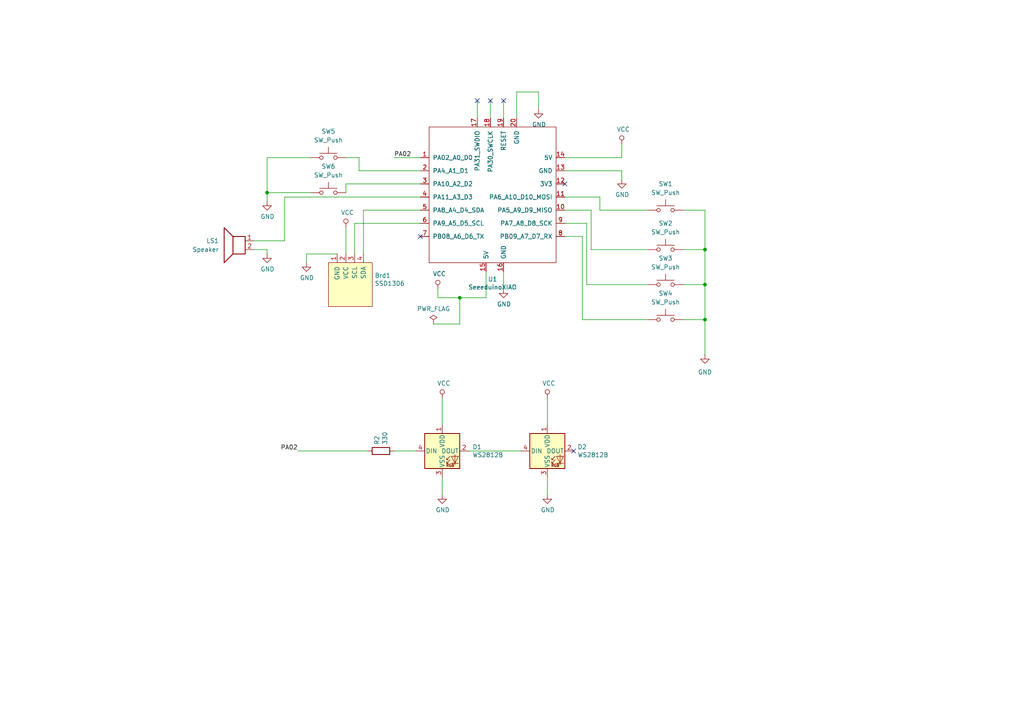
<source format=kicad_sch>
(kicad_sch (version 20231120) (generator "eeschema") (generator_version "8.0")
  (paper "A4")
  (lib_symbols
    (symbol "Device:R" (pin_numbers hide) (pin_names (offset 0))
      (property "Reference" "R" (at 2.032 0 90))
      (property "Value" "R" (at 0 0 90))
      (symbol "R_0_1"
        (rectangle (start -1.016 -2.54) (end 1.016 2.54) (stroke (width 0.254)))
      )
      (symbol "R_1_1"
        (pin passive line (at 0 3.81 270) (length 1.27) (name "~") (number "1"))
        (pin passive line (at 0 -3.81 90) (length 1.27) (name "~") (number "2"))
      )
    )
    (symbol "Device:Speaker" (pin_names (offset 0) hide)
      (property "Reference" "LS" (at 1.27 5.715 0))
      (property "Value" "Speaker" (at 1.27 3.81 0))
      (symbol "Speaker_0_0"
        (rectangle (start -2.54 1.27) (end 1.016 -3.81) (stroke (width 0.254)))
        (polyline (pts (xy 1.016 1.27) (xy 3.556 3.81) (xy 3.556 -6.35) (xy 1.016 -3.81)) (stroke (width 0.254)))
      )
      (symbol "Speaker_1_1"
        (pin input line (at -5.08 0 0) (length 2.54) (name "1") (number "1"))
        (pin input line (at -5.08 -2.54 0) (length 2.54) (name "2") (number "2"))
      )
    )
    (symbol "LED:WS2812B" (pin_names (offset 0.254))
      (property "Reference" "D" (at 5.08 5.715 0))
      (property "Value" "WS2812B" (at 1.27 -5.715 0))
      (symbol "WS2812B_0_0"
        (text "RGB" (at 2.286 -4.191 0) (effects (font (size 0.762 0.762))))
      )
      (symbol "WS2812B_0_1"
        (polyline (pts (xy 1.27 -3.556) (xy 1.778 -3.556)))
        (polyline (pts (xy 1.27 -2.54) (xy 1.778 -2.54)))
        (polyline (pts (xy 4.699 -3.556) (xy 2.667 -3.556)))
        (polyline (pts (xy 2.286 -2.54) (xy 1.27 -3.556) (xy 1.27 -3.048)))
        (polyline (pts (xy 2.286 -1.524) (xy 1.27 -2.54) (xy 1.27 -2.032)))
        (polyline (pts (xy 3.683 -1.016) (xy 3.683 -3.556) (xy 3.683 -4.064)))
        (polyline (pts (xy 4.699 -1.524) (xy 2.667 -1.524) (xy 3.683 -3.556) (xy 4.699 -1.524)))
        (rectangle (start 5.08 5.08) (end -5.08 -5.08) (stroke (width 0.254)) (fill (type background)))
      )
      (symbol "WS2812B_1_1"
        (pin power_in line (at 0 7.62 270) (length 2.54) (name "VDD") (number "1"))
        (pin output line (at 7.62 0 180) (length 2.54) (name "DOUT") (number "2"))
        (pin power_in line (at 0 -7.62 90) (length 2.54) (name "VSS") (number "3"))
        (pin input line (at -7.62 0 0) (length 2.54) (name "DIN") (number "4"))
      )
    )
    (symbol "Switch:SW_Push" (pin_numbers hide) (pin_names (offset 1.016) hide)
      (property "Reference" "SW" (at 1.27 2.54 0))
      (property "Value" "SW_Push" (at 0 -1.524 0))
      (symbol "SW_Push_0_1"
        (circle (center -2.032 0) (radius 0.508))
        (polyline (pts (xy 0 1.27) (xy 0 3.048)))
        (polyline (pts (xy 2.54 1.27) (xy -2.54 1.27)))
        (circle (center 2.032 0) (radius 0.508))
        (pin passive line (at -5.08 0 0) (length 2.54) (name "1") (number "1"))
        (pin passive line (at 5.08 0 180) (length 2.54) (name "2") (number "2"))
      )
    )
    (symbol "gopher_pilot_xiao_sw-rescue:GND-power" (power) (pin_names (offset 0))
      (property "Value" "power_GND" (at 0 -3.81 0))
      (symbol "GND-power_0_1"
        (polyline (pts (xy 0 0) (xy 0 -1.27) (xy 1.27 -1.27) (xy 0 -2.54) (xy -1.27 -1.27) (xy 0 -1.27)))
      )
      (symbol "GND-power_1_1"
        (pin power_in line (at 0 0 270) (length 0) hide (name "GND") (number "1"))
      )
    )
    (symbol "gopher_pilot_xiao_sw-rescue:PWR_FLAG-power" (power) (pin_numbers hide) (pin_names (offset 0) hide)
      (property "Value" "power_PWR_FLAG" (at 0 3.81 0))
      (symbol "PWR_FLAG-power_0_0"
        (pin power_out line (at 0 0 90) (length 0) (name "pwr") (number "1"))
      )
      (symbol "PWR_FLAG-power_0_1"
        (polyline (pts (xy 0 0) (xy 0 1.27) (xy -1.016 1.905) (xy 0 2.54) (xy 1.016 1.905) (xy 0 1.27)))
      )
    )
    (symbol "gopher_pilot_xiao_sw-rescue:SSD1306-SSD1306" (pin_names (offset 1.016))
      (property "Reference" "Brd" (at 0 -3.81 0))
      (property "Value" "SSD1306_SSD1306" (at 0 -1.27 0))
      (symbol "SSD1306-SSD1306_0_1"
        (rectangle (start -6.35 6.35) (end 6.35 -6.35) (fill (type background)))
      )
      (symbol "SSD1306-SSD1306_1_1"
        (pin input line (at -3.81 8.89 270) (length 2.54) (name "GND") (number "1"))
        (pin input line (at -1.27 8.89 270) (length 2.54) (name "VCC") (number "2"))
        (pin input line (at 1.27 8.89 270) (length 2.54) (name "SCL") (number "3"))
        (pin input line (at 3.81 8.89 270) (length 2.54) (name "SDA") (number "4"))
      )
    )
    (symbol "gopher_pilot_xiao_sw-rescue:SeeeduinoXIAO-SeedXIAO" (pin_names (offset 1.016))
      (property "Reference" "U" (at -19.05 22.86 0))
      (property "Value" "SeedXIAO_SeeeduinoXIAO" (at -12.7 21.59 0))
      (symbol "SeeeduinoXIAO-SeedXIAO_0_1"
        (rectangle (start -19.05 20.32) (end 17.78 -19.05))
      )
      (symbol "SeeeduinoXIAO-SeedXIAO_1_1"
        (pin unspecified line (at -21.59 11.43 0) (length 2.54) (name "PA02_A0_D0") (number "1"))
        (pin unspecified line (at 20.32 -3.81 180) (length 2.54) (name "PA5_A9_D9_MISO") (number "10"))
        (pin unspecified line (at 20.32 0 180) (length 2.54) (name "PA6_A10_D10_MOSI") (number "11"))
        (pin unspecified line (at 20.32 3.81 180) (length 2.54) (name "3V3") (number "12"))
        (pin unspecified line (at 20.32 7.62 180) (length 2.54) (name "GND") (number "13"))
        (pin unspecified line (at 20.32 11.43 180) (length 2.54) (name "5V") (number "14"))
        (pin input line (at -2.54 -21.59 90) (length 2.54) (name "5V") (number "15"))
        (pin input line (at 2.54 -21.59 90) (length 2.54) (name "GND") (number "16"))
        (pin input line (at -5.08 22.86 270) (length 2.54) (name "PA31_SWDIO") (number "17"))
        (pin input line (at -1.27 22.86 270) (length 2.54) (name "PA30_SWCLK") (number "18"))
        (pin input line (at 2.54 22.86 270) (length 2.54) (name "RESET") (number "19"))
        (pin unspecified line (at -21.59 7.62 0) (length 2.54) (name "PA4_A1_D1") (number "2"))
        (pin input line (at 6.35 22.86 270) (length 2.54) (name "GND") (number "20"))
        (pin unspecified line (at -21.59 3.81 0) (length 2.54) (name "PA10_A2_D2") (number "3"))
        (pin unspecified line (at -21.59 0 0) (length 2.54) (name "PA11_A3_D3") (number "4"))
        (pin unspecified line (at -21.59 -3.81 0) (length 2.54) (name "PA8_A4_D4_SDA") (number "5"))
        (pin unspecified line (at -21.59 -7.62 0) (length 2.54) (name "PA9_A5_D5_SCL") (number "6"))
        (pin unspecified line (at -21.59 -11.43 0) (length 2.54) (name "PB08_A6_D6_TX") (number "7"))
        (pin unspecified line (at 20.32 -11.43 180) (length 2.54) (name "PB09_A7_D7_RX") (number "8"))
        (pin unspecified line (at 20.32 -7.62 180) (length 2.54) (name "PA7_A8_D8_SCK") (number "9"))
      )
    )
    (symbol "gopher_pilot_xiao_sw-rescue:VCC-power" (power) (pin_names (offset 0))
      (property "Value" "power_VCC" (at 0 3.81 0))
      (symbol "VCC-power_0_1"
        (polyline (pts (xy 0 0) (xy 0 1.27)))
        (circle (center 0 1.905) (radius 0.635))
      )
      (symbol "VCC-power_1_1"
        (pin power_in line (at 0 0 90) (length 0) hide (name "VCC") (number "1"))
      )
    )
    (symbol "power:GND" (power) (pin_numbers hide) (pin_names (offset 0) hide)
      (property "Value" "GND" (at 0 -3.81 0))
      (symbol "GND_0_1"
        (polyline (pts (xy 0 0) (xy 0 -1.27) (xy 1.27 -1.27) (xy 0 -2.54) (xy -1.27 -1.27) (xy 0 -1.27)))
      )
      (symbol "GND_1_1"
        (pin power_in line (at 0 0 270) (length 0) (name "~") (number "1"))
      )
    )
  )
  (junction (at 204.47 92.71))
  (junction (at 77.47 55.88))
  (junction (at 204.47 72.39))
  (junction (at 204.47 82.55))
  (junction (at 133.35 86.36))
  (no_connect (at 146.05 29.21))
  (no_connect (at 121.92 68.58))
  (no_connect (at 138.43 29.21))
  (no_connect (at 166.37 130.81))
  (no_connect (at 142.24 29.21))
  (no_connect (at 163.83 53.34))
  (wire (pts (xy 163.83 49.53) (xy 180.34 49.53)))
  (wire (pts (xy 163.83 64.77) (xy 170.18 64.77)))
  (wire (pts (xy 171.45 72.39) (xy 187.96 72.39)))
  (wire (pts (xy 121.92 57.15) (xy 82.55 57.15)))
  (wire (pts (xy 121.92 45.72) (xy 114.3 45.72)))
  (wire (pts (xy 198.12 60.96) (xy 204.47 60.96)))
  (wire (pts (xy 104.14 49.53) (xy 104.14 45.72)))
  (wire (pts (xy 180.34 49.53) (xy 180.34 52.07)))
  (wire (pts (xy 158.75 115.57) (xy 158.75 123.19)))
  (wire (pts (xy 158.75 138.43) (xy 158.75 143.51)))
  (wire (pts (xy 163.83 60.96) (xy 171.45 60.96)))
  (wire (pts (xy 156.21 26.67) (xy 156.21 31.75)))
  (wire (pts (xy 198.12 92.71) (xy 204.47 92.71)))
  (wire (pts (xy 128.27 138.43) (xy 128.27 143.51)))
  (wire (pts (xy 121.92 53.34) (xy 100.33 53.34)))
  (wire (pts (xy 146.05 78.74) (xy 146.05 83.82)))
  (wire (pts (xy 133.35 93.98) (xy 133.35 86.36)))
  (wire (pts (xy 138.43 29.21) (xy 138.43 34.29)))
  (wire (pts (xy 100.33 66.04) (xy 100.33 73.66)))
  (wire (pts (xy 149.86 34.29) (xy 149.86 26.67)))
  (wire (pts (xy 204.47 72.39) (xy 204.47 82.55)))
  (wire (pts (xy 104.14 45.72) (xy 100.33 45.72)))
  (wire (pts (xy 171.45 60.96) (xy 171.45 72.39)))
  (wire (pts (xy 149.86 26.67) (xy 156.21 26.67)))
  (wire (pts (xy 90.17 45.72) (xy 77.47 45.72)))
  (wire (pts (xy 82.55 57.15) (xy 82.55 69.85)))
  (wire (pts (xy 88.9 73.66) (xy 97.79 73.66)))
  (wire (pts (xy 114.3 130.81) (xy 120.65 130.81)))
  (wire (pts (xy 140.97 86.36) (xy 140.97 78.74)))
  (wire (pts (xy 100.33 53.34) (xy 100.33 55.88)))
  (wire (pts (xy 168.91 92.71) (xy 187.96 92.71)))
  (wire (pts (xy 198.12 72.39) (xy 204.47 72.39)))
  (wire (pts (xy 204.47 92.71) (xy 204.47 102.87)))
  (wire (pts (xy 163.83 57.15) (xy 173.99 57.15)))
  (wire (pts (xy 73.66 72.39) (xy 77.47 72.39)))
  (wire (pts (xy 163.83 68.58) (xy 168.91 68.58)))
  (wire (pts (xy 121.92 64.77) (xy 102.87 64.77)))
  (wire (pts (xy 77.47 55.88) (xy 90.17 55.88)))
  (wire (pts (xy 198.12 82.55) (xy 204.47 82.55)))
  (wire (pts (xy 86.36 130.81) (xy 106.68 130.81)))
  (wire (pts (xy 163.83 45.72) (xy 180.34 45.72)))
  (wire (pts (xy 170.18 82.55) (xy 187.96 82.55)))
  (wire (pts (xy 127 86.36) (xy 133.35 86.36)))
  (wire (pts (xy 133.35 86.36) (xy 140.97 86.36)))
  (wire (pts (xy 142.24 29.21) (xy 142.24 34.29)))
  (wire (pts (xy 204.47 60.96) (xy 204.47 72.39)))
  (wire (pts (xy 173.99 57.15) (xy 173.99 60.96)))
  (wire (pts (xy 125.73 93.98) (xy 133.35 93.98)))
  (wire (pts (xy 135.89 130.81) (xy 151.13 130.81)))
  (wire (pts (xy 102.87 64.77) (xy 102.87 73.66)))
  (wire (pts (xy 127 83.82) (xy 127 86.36)))
  (wire (pts (xy 180.34 45.72) (xy 180.34 41.91)))
  (wire (pts (xy 121.92 60.96) (xy 105.41 60.96)))
  (wire (pts (xy 121.92 49.53) (xy 104.14 49.53)))
  (wire (pts (xy 173.99 60.96) (xy 187.96 60.96)))
  (wire (pts (xy 77.47 72.39) (xy 77.47 73.66)))
  (wire (pts (xy 82.55 69.85) (xy 73.66 69.85)))
  (wire (pts (xy 204.47 82.55) (xy 204.47 92.71)))
  (wire (pts (xy 146.05 29.21) (xy 146.05 34.29)))
  (wire (pts (xy 77.47 55.88) (xy 77.47 58.42)))
  (wire (pts (xy 168.91 68.58) (xy 168.91 92.71)))
  (wire (pts (xy 88.9 73.66) (xy 88.9 76.2)))
  (wire (pts (xy 77.47 45.72) (xy 77.47 55.88)))
  (wire (pts (xy 105.41 60.96) (xy 105.41 73.66)))
  (wire (pts (xy 128.27 115.57) (xy 128.27 123.19)))
  (wire (pts (xy 170.18 64.77) (xy 170.18 82.55)))
  (label "PA02" (at 114.3 45.72 0))
  (label "PA02" (at 86.36 130.81 180))
  (symbol (lib_id "LED:WS2812B") (at 128.27 130.81 0) (unit 1)
    (property "Reference" "D1" (at 137.0076 129.6416 0) (effects (justify left)))
    (property "Value" "WS2812B" (at 137.0076 131.953 0) (effects (justify left)))
    (property "Footprint" "LED_SMD:LED_WS2812B_PLCC4_5.0x5.0mm_P3.2mm" (effects (hide yes)))
    (property "Datasheet" "https://cdn-shop.adafruit.com/datasheets/WS2812B.pdf" (effects (hide yes)))
  )
  (symbol (lib_id "LED:WS2812B") (at 158.75 130.81 0) (unit 1)
    (property "Reference" "D2" (at 167.4876 129.6416 0) (effects (justify left)))
    (property "Value" "WS2812B" (at 167.4876 131.953 0) (effects (justify left)))
    (property "Footprint" "LED_SMD:LED_WS2812B_PLCC4_5.0x5.0mm_P3.2mm" (effects (hide yes)))
    (property "Datasheet" "https://cdn-shop.adafruit.com/datasheets/WS2812B.pdf" (effects (hide yes)))
  )
  (symbol (lib_id "Device:R") (at 110.49 130.81 90) (unit 1)
    (property "Reference" "R2" (at 109.3216 129.032 0) (effects (justify left)))
    (property "Value" "330" (at 111.633 129.032 0) (effects (justify left)))
    (property "Footprint" "Resistor_SMD:R_0805_2012Metric" (effects (hide yes)))
  )
  (symbol (lib_id "gopher_pilot_xiao_sw-rescue:VCC-power") (at 128.27 115.57 0) (unit 1)
    (property "Reference" "#PWR01" (effects (hide yes)))
    (property "Value" "VCC" (at 128.7018 111.1758 0))
  )
  (symbol (lib_id "gopher_pilot_xiao_sw-rescue:VCC-power") (at 158.75 115.57 0) (unit 1)
    (property "Reference" "#PWR011" (effects (hide yes)))
    (property "Value" "VCC" (at 159.1818 111.1758 0))
  )
  (symbol (lib_id "gopher_pilot_xiao_sw-rescue:GND-power") (at 128.27 143.51 0) (unit 1)
    (property "Reference" "#PWR08" (effects (hide yes)))
    (property "Value" "GND" (at 128.397 147.9042 0))
  )
  (symbol (lib_id "gopher_pilot_xiao_sw-rescue:GND-power") (at 158.75 143.51 0) (unit 1)
    (property "Reference" "#PWR012" (effects (hide yes)))
    (property "Value" "GND" (at 158.877 147.9042 0))
  )
  (symbol (lib_id "gopher_pilot_xiao_sw-rescue:SeeeduinoXIAO-SeedXIAO") (at 143.51 57.15 0) (unit 1)
    (property "Reference" "U1" (at 142.875 81.0006 0))
    (property "Value" "SeeeduinoXIAO" (at 142.875 83.312 0))
    (property "Footprint" "XIAO:Seeeduino XIAO-MOUDLE14P-2.54-21X17.8MM_PinSocket" (effects (hide yes)))
  )
  (symbol (lib_id "gopher_pilot_xiao_sw-rescue:VCC-power") (at 127 83.82 0) (unit 1)
    (property "Reference" "#PWR02" (effects (hide yes)))
    (property "Value" "VCC" (at 127.4318 79.4258 0))
  )
  (symbol (lib_id "gopher_pilot_xiao_sw-rescue:SSD1306-SSD1306") (at 101.6 82.55 0) (unit 1)
    (property "Reference" "Brd1" (at 108.6612 79.9084 0) (effects (justify left)))
    (property "Value" "SSD1306" (at 108.6612 82.2198 0) (effects (justify left)))
    (property "Footprint" "XIAO:128x64OLED" (effects (hide yes)))
  )
  (symbol (lib_id "gopher_pilot_xiao_sw-rescue:GND-power") (at 146.05 83.82 0) (unit 1)
    (property "Reference" "#PWR03" (effects (hide yes)))
    (property "Value" "GND" (at 146.177 88.2142 0))
  )
  (symbol (lib_id "gopher_pilot_xiao_sw-rescue:VCC-power") (at 180.34 41.91 0) (unit 1)
    (property "Reference" "#PWR0102" (effects (hide yes)))
    (property "Value" "VCC" (at 180.7718 37.5158 0))
  )
  (symbol (lib_id "gopher_pilot_xiao_sw-rescue:GND-power") (at 180.34 52.07 0) (unit 1)
    (property "Reference" "#PWR0103" (effects (hide yes)))
    (property "Value" "GND" (at 180.467 56.4642 0))
  )
  (symbol (lib_id "gopher_pilot_xiao_sw-rescue:GND-power") (at 88.9 76.2 0) (unit 1)
    (property "Reference" "#PWR0104" (effects (hide yes)))
    (property "Value" "GND" (at 89.027 80.5942 0))
  )
  (symbol (lib_id "gopher_pilot_xiao_sw-rescue:VCC-power") (at 100.33 66.04 0) (unit 1)
    (property "Reference" "#PWR0105" (effects (hide yes)))
    (property "Value" "VCC" (at 100.7618 61.6458 0))
  )
  (symbol (lib_id "gopher_pilot_xiao_sw-rescue:PWR_FLAG-power") (at 125.73 93.98 0) (unit 1)
    (property "Reference" "#FLG0101" (effects (hide yes)))
    (property "Value" "PWR_FLAG" (at 125.73 89.5858 0))
  )
  (symbol (lib_id "gopher_pilot_xiao_sw-rescue:GND-power") (at 156.21 31.75 0) (unit 1)
    (property "Reference" "#PWR0101" (effects (hide yes)))
    (property "Value" "GND" (at 156.337 36.1442 0))
  )
  (symbol (lib_id "Switch:SW_Push") (at 193.04 92.71 0) (unit 1)
    (property "Reference" "SW4" (at 193.04 85.09 0))
    (property "Value" "SW_Push" (at 193.04 87.63 0))
    (property "Footprint" "Button_Switch_THT:SW_PUSH_6mm_H4.3mm" (effects (hide yes)))
    (property "Description" "Push button switch, generic, two pins" (effects (hide yes)))
  )
  (symbol (lib_id "Switch:SW_Push") (at 95.25 55.88 0) (unit 1)
    (property "Reference" "SW6" (at 95.25 48.26 0))
    (property "Value" "SW_Push" (at 95.25 50.8 0))
    (property "Footprint" "Button_Switch_THT:SW_PUSH_6mm_H4.3mm" (effects (hide yes)))
    (property "Description" "Push button switch, generic, two pins" (effects (hide yes)))
  )
  (symbol (lib_id "Switch:SW_Push") (at 193.04 60.96 0) (unit 1)
    (property "Reference" "SW1" (at 193.04 53.34 0))
    (property "Value" "SW_Push" (at 193.04 55.88 0))
    (property "Footprint" "Button_Switch_THT:SW_PUSH_6mm_H4.3mm" (effects (hide yes)))
    (property "Description" "Push button switch, generic, two pins" (effects (hide yes)))
  )
  (symbol (lib_id "gopher_pilot_xiao_sw-rescue:GND-power") (at 77.47 58.42 0) (unit 1)
    (property "Reference" "#PWR05" (effects (hide yes)))
    (property "Value" "GND" (at 77.597 62.8142 0))
  )
  (symbol (lib_id "Switch:SW_Push") (at 95.25 45.72 0) (unit 1)
    (property "Reference" "SW5" (at 95.25 38.1 0))
    (property "Value" "SW_Push" (at 95.25 40.64 0))
    (property "Footprint" "Button_Switch_THT:SW_PUSH_6mm_H4.3mm" (effects (hide yes)))
    (property "Description" "Push button switch, generic, two pins" (effects (hide yes)))
  )
  (symbol (lib_id "gopher_pilot_xiao_sw-rescue:GND-power") (at 77.47 73.66 0) (unit 1)
    (property "Reference" "#PWR06" (effects (hide yes)))
    (property "Value" "GND" (at 77.597 78.0542 0))
  )
  (symbol (lib_id "Device:Speaker") (at 68.58 69.85 0) (mirror y) (unit 1)
    (property "Reference" "LS1" (at 63.5 69.8499 0) (effects (justify left)))
    (property "Value" "Speaker" (at 63.5 72.3899 0) (effects (justify left)))
    (property "Footprint" "Buzzer_Beeper:Buzzer_TDK_PS1240P02BT_D12.2mm_H6.5mm" (effects (hide yes)))
    (property "Description" "Speaker" (effects (hide yes)))
  )
  (symbol (lib_id "power:GND") (at 204.47 102.87 0) (unit 1)
    (property "Reference" "#PWR04" (effects (hide yes)))
    (property "Value" "GND" (at 204.47 107.95 0))
    (property "Description" "Power symbol creates a global label with name \"GND\" , ground" (effects (hide yes)))
  )
  (symbol (lib_id "Switch:SW_Push") (at 193.04 82.55 0) (unit 1)
    (property "Reference" "SW3" (at 193.04 74.93 0))
    (property "Value" "SW_Push" (at 193.04 77.47 0))
    (property "Footprint" "Button_Switch_THT:SW_PUSH_6mm_H4.3mm" (effects (hide yes)))
    (property "Description" "Push button switch, generic, two pins" (effects (hide yes)))
  )
  (symbol (lib_id "Switch:SW_Push") (at 193.04 72.39 0) (unit 1)
    (property "Reference" "SW2" (at 193.04 64.77 0))
    (property "Value" "SW_Push" (at 193.04 67.31 0))
    (property "Footprint" "Button_Switch_THT:SW_PUSH_6mm_H4.3mm" (effects (hide yes)))
    (property "Description" "Push button switch, generic, two pins" (effects (hide yes)))
  )
)
</source>
